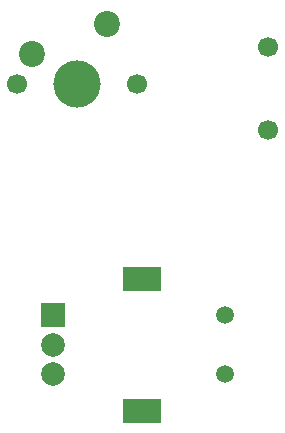
<source format=gbr>
%TF.GenerationSoftware,KiCad,Pcbnew,(5.1.7)-1*%
%TF.CreationDate,2020-10-31T04:10:28-07:00*%
%TF.ProjectId,daughter_board,64617567-6874-4657-925f-626f6172642e,rev?*%
%TF.SameCoordinates,Original*%
%TF.FileFunction,Soldermask,Bot*%
%TF.FilePolarity,Negative*%
%FSLAX46Y46*%
G04 Gerber Fmt 4.6, Leading zero omitted, Abs format (unit mm)*
G04 Created by KiCad (PCBNEW (5.1.7)-1) date 2020-10-31 04:10:28*
%MOMM*%
%LPD*%
G01*
G04 APERTURE LIST*
%ADD10C,1.700000*%
%ADD11C,2.200000*%
%ADD12C,4.000000*%
%ADD13C,1.500000*%
%ADD14R,3.200000X2.000000*%
%ADD15C,2.000000*%
%ADD16R,2.000000X2.000000*%
G04 APERTURE END LIST*
D10*
%TO.C,J1*%
X154095001Y-76375001D03*
X154095001Y-83375001D03*
%TD*%
D11*
%TO.C,SW1*%
X140410001Y-74370001D03*
X134060001Y-76910001D03*
D12*
X137870001Y-79450001D03*
D10*
X132790001Y-79450001D03*
X142950001Y-79450001D03*
%TD*%
D13*
%TO.C,SW2*%
X150390000Y-104060000D03*
X150390000Y-99060000D03*
D14*
X143390000Y-107160000D03*
X143390000Y-95960000D03*
D15*
X135890000Y-104060000D03*
X135890000Y-101560000D03*
D16*
X135890000Y-99060000D03*
%TD*%
M02*

</source>
